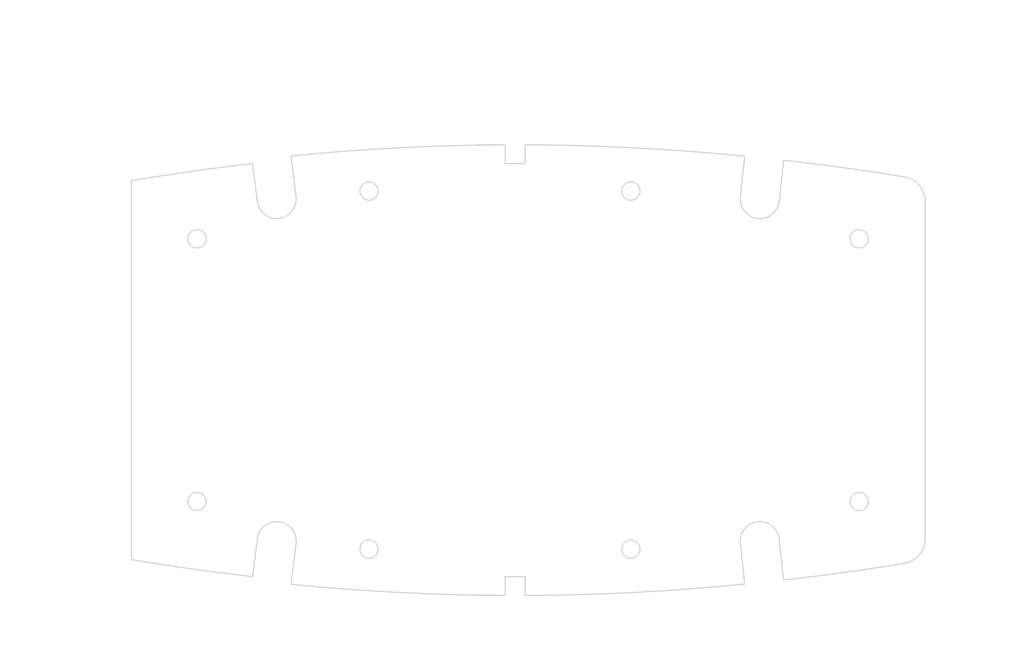
<source format=kicad_pcb>
(kicad_pcb (version 20221018) (generator pcbnew)

  (general
    (thickness 1.6)
  )

  (paper "A4")
  (layers
    (0 "F.Cu" signal)
    (31 "B.Cu" signal)
    (32 "B.Adhes" user "B.Adhesive")
    (33 "F.Adhes" user "F.Adhesive")
    (34 "B.Paste" user)
    (35 "F.Paste" user)
    (36 "B.SilkS" user "B.Silkscreen")
    (37 "F.SilkS" user "F.Silkscreen")
    (38 "B.Mask" user)
    (39 "F.Mask" user)
    (40 "Dwgs.User" user "User.Drawings")
    (41 "Cmts.User" user "User.Comments")
    (42 "Eco1.User" user "User.Eco1")
    (43 "Eco2.User" user "User.Eco2")
    (44 "Edge.Cuts" user)
    (45 "Margin" user)
    (46 "B.CrtYd" user "B.Courtyard")
    (47 "F.CrtYd" user "F.Courtyard")
    (48 "B.Fab" user)
    (49 "F.Fab" user)
  )

  (setup
    (pad_to_mask_clearance 0.051)
    (solder_mask_min_width 0.25)
    (pcbplotparams
      (layerselection 0x00010fc_ffffffff)
      (plot_on_all_layers_selection 0x0000000_00000000)
      (disableapertmacros false)
      (usegerberextensions false)
      (usegerberattributes false)
      (usegerberadvancedattributes false)
      (creategerberjobfile false)
      (dashed_line_dash_ratio 12.000000)
      (dashed_line_gap_ratio 3.000000)
      (svgprecision 4)
      (plotframeref false)
      (viasonmask false)
      (mode 1)
      (useauxorigin false)
      (hpglpennumber 1)
      (hpglpenspeed 20)
      (hpglpendiameter 15.000000)
      (dxfpolygonmode true)
      (dxfimperialunits true)
      (dxfusepcbnewfont true)
      (psnegative false)
      (psa4output false)
      (plotreference true)
      (plotvalue true)
      (plotinvisibletext false)
      (sketchpadsonfab false)
      (subtractmaskfromsilk false)
      (outputformat 1)
      (mirror false)
      (drillshape 1)
      (scaleselection 1)
      (outputdirectory "")
    )
  )

  (net 0 "")

  (gr_line (start 91.783155 73.429796) (end 87.749822 73.429796)
    (stroke (width 0.2) (type solid)) (layer "Dwgs.User") (tstamp 000bcb66-1de4-4856-b2aa-10678c02fba5))
  (gr_line (start 187.569248 122.998567) (end 171.711859 122.998567)
    (stroke (width 0.2) (type solid)) (layer "Dwgs.User") (tstamp 002cbf66-d112-4c6f-8dbc-3e40ccd8dd60))
  (gr_line (start 88.933155 119.465036) (end 67.547132 119.465036)
    (stroke (width 0.2) (type solid)) (layer "Dwgs.User") (tstamp 051a2802-5274-479a-8c89-d19f32b45a3f))
  (gr_line (start 204.13481 143.294549) (end 189.649134 143.294549)
    (stroke (width 0.2) (type solid)) (layer "Dwgs.User") (tstamp 0c42b3f4-50b9-45c5-a44d-9bda589007c7))
  (gr_line (start 166.63481 65.073296) (end 224.798564 65.073296)
    (stroke (width 0.2) (type solid)) (layer "Dwgs.User") (tstamp 0cc55c62-62c0-48d0-9419-f19c46be5447))
  (gr_line (start 102.893288 126.420019) (end 61.820421 126.420019)
    (stroke (width 0.2) (type solid)) (layer "Dwgs.User") (tstamp 10416ece-7947-477f-93e1-999ee71d6f28))
  (gr_line (start 147.279997 56.123157) (end 147.279997 50.520241)
    (stroke (width 0.2) (type solid)) (layer "Dwgs.User") (tstamp 129967ab-af95-4059-bb24-5c875c77050d))
  (gr_line (start 230.780003 64.266197) (end 230.780003 84.232293)
    (stroke (width 0.2) (type solid)) (layer "Dwgs.User") (tstamp 169ccf99-dc01-433d-9675-553990e685ab))
  (gr_line (start 186.735915 45.517435) (end 149.916807 45.517435)
    (stroke (width 0.2) (type solid)) (layer "Dwgs.User") (tstamp 19330a7e-cc5a-4c0d-b441-ef79e22c8c62))
  (gr_line (start 205.801476 71.413129) (end 205.801476 75.446462)
    (stroke (width 0.2) (type solid)) (layer "Dwgs.User") (tstamp 19678038-6d67-45b1-99eb-1edef39bda3d))
  (gr_line (start 59.180059 127.980749) (end 59.180059 87.661737)
    (stroke (width 0.2) (type solid)) (layer "Dwgs.User") (tstamp 1add1c25-e5da-4ce2-883d-a6274c1f6e35))
  (gr_line (start 142.946664 135.936215) (end 138.910765 135.936215)
    (stroke (width 0.2) (type solid)) (layer "Dwgs.User") (tstamp 1cdc6d28-a7bb-4a02-8116-a7f6d9e35514))
  (gr_line (start 126.668156 66.739962) (end 126.668156 93.195028)
    (stroke (width 0.2) (type solid)) (layer "Dwgs.User") (tstamp 22338470-462b-4814-9b07-d9e04c81b070))
  (gr_line (start 191.400154 82.279879) (end 189.733487 82.279879)
    (stroke (width 0.2) (type solid)) (layer "Dwgs.User") (tstamp 279a3432-06bd-4a67-ac88-7556447ab287))
  (gr_line (start 118.242822 143.294549) (end 108.685078 143.294549)
    (stroke (width 0.2) (type solid)) (layer "Dwgs.User") (tstamp 28422014-4003-4e47-beff-a09d47275529))
  (gr_line (start 187.211609 69.877522) (end 171.711859 69.877522)
    (stroke (width 0.2) (type solid)) (layer "Dwgs.User") (tstamp 2d604388-7e6e-489c-b6ff-696f742ac270))
  (gr_line (start 188.402581 65.641479) (end 188.402581 42.871601)
    (stroke (width 0.2) (type solid)) (layer "Dwgs.User") (tstamp 3339c4c1-23e2-4426-bf42-15c6eabcf876))
  (gr_line (start 64.466254 68.141479) (end 64.466254 91.068578)
    (stroke (width 0.2) (type solid)) (layer "Dwgs.User") (tstamp 34981022-ca44-48f4-88d7-d82e5bd0f1e4))
  (gr_line (start 141.556598 134.269548) (end 141.556598 99.699803)
    (stroke (width 0.2) (type solid)) (layer "Dwgs.User") (tstamp 36d696e8-fb5f-4cfa-9c42-9c4ade354e32))
  (gr_line (start 141.556598 58.625284) (end 141.556598 93.195028)
    (stroke (width 0.2) (type solid)) (layer "Dwgs.User") (tstamp 374ee0be-781f-4219-ae9e-1477134bbeac))
  (gr_line (start 165.801476 128.654869) (end 165.801476 145.940382)
    (stroke (width 0.2) (type solid)) (layer "Dwgs.User") (tstamp 37549c6a-efcc-4405-a1ab-09a412898252))
  (gr_line (start 64.466254 124.753353) (end 64.466254 97.573353)
    (stroke (width 0.2) (type solid)) (layer "Dwgs.User") (tstamp 37d0d94d-a1e9-4e6c-a142-d1fdde70eb93))
  (gr_line (start 143.779997 56.125284) (end 143.779997 50.520241)
    (stroke (width 0.2) (type solid)) (layer "Dwgs.User") (tstamp 3b38e68a-641c-48fa-91af-0a3a1866fd98))
  (gr_line (start 222.152731 126.154869) (end 222.152731 99.699803)
    (stroke (width 0.2) (type solid)) (layer "Dwgs.User") (tstamp 3c187f1f-a967-498f-800b-1265e8a16a92))
  (gr_line (start 89.766489 117.448369) (end 89.766489 121.481703)
    (stroke (width 0.2) (type solid)) (layer "Dwgs.User") (tstamp 402d8875-a870-472f-b2d2-bbc93d734219))
  (gr_line (start 165.801476 125.804869) (end 165.801476 129.838203)
    (stroke (width 0.2) (type solid)) (layer "Dwgs.User") (tstamp 431c75d8-76cd-4859-a70c-3320450b8bc0))
  (gr_line (start 148.113331 132.647416) (end 153.012756 132.647416)
    (stroke (width 0.2) (type solid)) (layer "Dwgs.User") (tstamp 4763f519-5b74-479c-af9c-c73ca8e138e7))
  (gr_line (start 165.801476 128.654869) (end 165.801476 145.940382)
    (stroke (width 0.2) (type solid)) (layer "Dwgs.User") (tstamp 47b2d825-1776-41ff-a0b8-8654ead934c2))
  (gr_line (start 164.13481 143.294549) (end 146.707688 143.294549)
    (stroke (width 0.2) (type solid)) (layer "Dwgs.User") (tstamp 49d2f759-3efe-4549-83e3-25f9d5deb87e))
  (gr_line (start 205.726476 73.429796) (end 205.876476 73.429796)
    (stroke (width 0.2) (type solid)) (layer "Dwgs.User") (tstamp 4aa1188b-0319-464b-9671-09de36cf39fa))
  (gr_line (start 102.829016 73.563311) (end 106.312427 73.135601)
    (stroke (width 0.2) (type solid)) (layer "Dwgs.User") (tstamp 51de875b-adc7-4770-b5b3-ecadf490030b))
  (gr_line (start 150.366923 130.980749) (end 150.366923 99.699803)
    (stroke (width 0.2) (type solid)) (layer "Dwgs.User") (tstamp 52a14c21-98cc-4ca3-bc51-3fc8350fae88))
  (gr_line (start 77.446664 63.247416) (end 56.534226 63.247416)
    (stroke (width 0.2) (type solid)) (layer "Dwgs.User") (tstamp 552a2f02-8398-4fc6-baa8-1aa1512b3305))
  (gr_line (start 205.801476 73.504796) (end 205.801476 73.354796)
    (stroke (width 0.2) (type solid)) (layer "Dwgs.User") (tstamp 56186d1b-f332-4db3-9b0d-9d3c396b7ea9))
  (gr_line (start 88.933155 73.429796) (end 67.547132 73.429796)
    (stroke (width 0.2) (type solid)) (layer "Dwgs.User") (tstamp 5898d3c0-5115-460f-a80d-6c1f87bc5488))
  (gr_line (start 120.742822 127.821536) (end 129.313989 127.821536)
    (stroke (width 0.2) (type solid)) (layer "Dwgs.User") (tstamp 5955e189-e8f9-42c5-8cf7-b70015e439c8))
  (gr_line (start 107.224128 66.884964) (end 108.289116 75.558598)
    (stroke (width 0.2) (type solid)) (layer "Dwgs.User") (tstamp 5aa56a4c-e1af-48f3-a077-83560954c304))
  (gr_line (start 102.059954 45.517435) (end 94.860062 45.517435)
    (stroke (width 0.2) (type solid)) (layer "Dwgs.User") (tstamp 5b9be883-13e0-4bdf-8fc3-fcf68b635bc7))
  (gr_line (start 214.612843 130.295302) (end 233.425837 130.295302)
    (stroke (width 0.2) (type solid)) (layer "Dwgs.User") (tstamp 5cfd844f-6c2d-43a6-ac7e-7f89062b7ae0))
  (gr_line (start 215.723331 34.434712) (end 149.006053 34.434712)
    (stroke (width 0.2) (type solid)) (layer "Dwgs.User") (tstamp 65c18e50-a3cd-4307-8bf1-0a9b4e07eefd))
  (gr_line (start 174.357692 121.3319) (end 174.357692 99.691)
    (stroke (width 0.2) (type solid)) (layer "Dwgs.User") (tstamp 671920cd-a966-4b3c-9eec-82aabe62344a))
  (gr_line (start 100.43223 67.718904) (end 101.497218 76.392538)
    (stroke (width 0.2) (type solid)) (layer "Dwgs.User") (tstamp 6b954eef-2dd6-472f-82b9-148da537af00))
  (gr_line (start 142.946664 56.958617) (end 138.910765 56.958617)
    (stroke (width 0.2) (type solid)) (layer "Dwgs.User") (tstamp 6e0350b9-d9af-46da-864c-8f769082289c))
  (gr_line (start 214.612843 62.59953) (end 233.425837 62.59953)
    (stroke (width 0.2) (type solid)) (layer "Dwgs.User") (tstamp 6e57ca36-3d4b-490f-8390-7c3b5626946b))
  (gr_line (start 88.099822 141.639039) (end 79.946664 141.639039)
    (stroke (width 0.2) (type solid)) (layer "Dwgs.User") (tstamp 706e398d-98b9-4225-a702-1620d6da146c))
  (gr_line (start 189.733487 82.279879) (end 188.829528 71.544987)
    (stroke (width 0.2) (type solid)) (layer "Dwgs.User") (tstamp 738e5cb5-c55e-4a0a-814d-22ba6fc8c331))
  (gr_line (start 207.818143 119.465036) (end 203.78481 119.465036)
    (stroke (width 0.2) (type solid)) (layer "Dwgs.User") (tstamp 7403ea2f-7b28-4e61-9e28-90872e4493c0))
  (gr_line (start 119.909489 63.056629) (end 119.909489 67.089962)
    (stroke (width 0.2) (type solid)) (layer "Dwgs.User") (tstamp 76efbe96-40d1-4f32-b9f5-11decb85875a))
  (gr_line (start 88.099822 53.946548) (end 79.946664 53.946548)
    (stroke (width 0.2) (type solid)) (layer "Dwgs.User") (tstamp 7a69b2de-ae50-40e7-bbd3-9bb7b4f98955))
  (gr_line (start 119.909489 125.804869) (end 119.909489 129.838203)
    (stroke (width 0.2) (type solid)) (layer "Dwgs.User") (tstamp 7ac34a4d-43dc-4efc-a1aa-38f5545af0f5))
  (gr_line (start 121.926155 127.821536) (end 117.892822 127.821536)
    (stroke (width 0.2) (type solid)) (layer "Dwgs.User") (tstamp 7d4eaa25-265e-4960-bd6c-a5a23fdbb85f))
  (gr_line (start 217.389997 66.032103) (end 217.389997 31.788878)
    (stroke (width 0.2) (type solid)) (layer "Dwgs.User") (tstamp 7e2f5dbd-fc99-47ba-a0e8-0e5b76f13a8c))
  (gr_line (start 78.279997 62.414083) (end 78.279997 42.871601)
    (stroke (width 0.2) (type solid)) (layer "Dwgs.User") (tstamp 7e68be40-58fd-4e61-accc-e6bb1804e330))
  (gr_line (start 142.113331 53.166074) (end 140.446664 53.166074)
    (stroke (width 0.2) (type solid)) (layer "Dwgs.User") (tstamp 8307d82c-f73a-4aeb-b390-37d7bb4c3038))
  (gr_line (start 167.818143 65.073296) (end 163.78481 65.073296)
    (stroke (width 0.2) (type solid)) (layer "Dwgs.User") (tstamp 830d073c-97e0-4529-adf3-213170b3eab2))
  (gr_line (start 167.468143 143.294549) (end 181.953818 143.294549)
    (stroke (width 0.2) (type solid)) (layer "Dwgs.User") (tstamp 83ef65ce-9528-4196-bec2-7e9abf38aa23))
  (gr_line (start 148.946664 53.166074) (end 150.613331 53.166074)
    (stroke (width 0.2) (type solid)) (layer "Dwgs.User") (tstamp 87cc690b-75d9-4641-835c-6a5594457f34))
  (gr_line (start 91.783155 119.465036) (end 87.749822 119.465036)
    (stroke (width 0.2) (type solid)) (layer "Dwgs.User") (tstamp 89cc9463-80fb-4595-8ca5-9f83a1f1cb65))
  (gr_line (start 126.668156 126.154869) (end 126.668156 99.699803)
    (stroke (width 0.2) (type solid)) (layer "Dwgs.User") (tstamp 89ee2e06-0206-48f0-ad48-0e2fc3ad35a1))
  (gr_line (start 78.279997 53.946548) (end 75.763872 53.946548)
    (stroke (width 0.2) (type solid)) (layer "Dwgs.User") (tstamp 8be0359b-7e84-47a8-aa09-139ca35efb5f))
  (gr_line (start 230.780003 128.628635) (end 230.780003 90.737068)
    (stroke (width 0.2) (type solid)) (layer "Dwgs.User") (tstamp 8e3bdf66-559e-4cc7-8515-20220ae2f012))
  (gr_line (start 119.909489 128.654869) (end 119.909489 145.940382)
    (stroke (width 0.2) (type solid)) (layer "Dwgs.User") (tstamp 93713bb3-0924-4287-ae2e-edbbef3638fd))
  (gr_line (start 79.946664 45.517435) (end 87.146556 45.517435)
    (stroke (width 0.2) (type solid)) (layer "Dwgs.User") (tstamp 96ecfee7-6bd9-4442-8f08-85855cc305b1))
  (gr_line (start 78.279997 62.414083) (end 78.279997 31.788878)
    (stroke (width 0.2) (type solid)) (layer "Dwgs.User") (tstamp 97547107-4468-47f0-939a-b3698a4ddf08))
  (gr_line (start 77.446664 129.647416) (end 56.534226 129.647416)
    (stroke (width 0.2) (type solid)) (layer "Dwgs.User") (tstamp 9aeda1a8-4975-4a42-8517-33eb7d2e4cd7))
  (gr_line (start 150.366923 61.914083) (end 150.366923 93.195028)
    (stroke (width 0.2) (type solid)) (layer "Dwgs.User") (tstamp 9ff9d381-a8cb-468f-880e-34d7659a1be1))
  (gr_line (start 59.180059 64.914083) (end 59.180059 81.156962)
    (stroke (width 0.2) (type solid)) (layer "Dwgs.User") (tstamp a3e5da9d-f8f1-45a8-9b9a-2f5d68e223cb))
  (gr_line (start 119.909489 128.654869) (end 119.909489 145.940382)
    (stroke (width 0.2) (type solid)) (layer "Dwgs.User") (tstamp a64ce855-f9be-4fba-a169-2911dda85c7e))
  (gr_line (start 102.893288 66.474813) (end 61.820421 66.474813)
    (stroke (width 0.2) (type solid)) (layer "Dwgs.User") (tstamp adfdea13-a816-486b-8df5-0298c55fadf4))
  (gr_line (start 174.357692 71.544188) (end 174.357692 93.185088)
    (stroke (width 0.2) (type solid)) (layer "Dwgs.User") (tstamp af78bf9d-ef42-4a20-9059-ecc3439a063f))
  (gr_line (start 120.742822 65.073296) (end 129.313989 65.073296)
    (stroke (width 0.2) (type solid)) (layer "Dwgs.User") (tstamp b2db81ed-6818-48dd-84d0-3649a134dc02))
  (gr_line (start 207.818143 73.429796) (end 203.78481 73.429796)
    (stroke (width 0.2) (type solid)) (layer "Dwgs.User") (tstamp b38636fa-24b7-4025-8f72-7c28dfbd4634))
  (gr_line (start 221.062976 138.666308) (end 216.269236 131.09251)
    (stroke (width 0.2) (type solid)) (layer "Dwgs.User") (tstamp b3a2c27a-e46e-4a98-b93b-ee96945f4ba2))
  (gr_line (start 107.96667 72.932486) (end 110.683875 72.598855)
    (stroke (width 0.2) (type solid)) (layer "Dwgs.User") (tstamp b5939b27-9aca-4d09-815b-c6c1a3aa0bfb))
  (gr_line (start 222.152731 66.739962) (end 222.152731 93.195028)
    (stroke (width 0.2) (type solid)) (layer "Dwgs.User") (tstamp bfede1c4-5d22-485e-8ed3-c19713c8c57a))
  (gr_line (start 148.113331 60.247416) (end 153.012756 60.247416)
    (stroke (width 0.2) (type solid)) (layer "Dwgs.User") (tstamp c15576b5-b85b-4340-ab32-ac1e4538cc6f))
  (gr_line (start 79.946664 34.434712) (end 140.331883 34.434712)
    (stroke (width 0.2) (type solid)) (layer "Dwgs.User") (tstamp c38510ec-1d47-4334-a17a-6d2cdaf64e86))
  (gr_line (start 78.279997 62.414083) (end 78.279997 51.300714)
    (stroke (width 0.2) (type solid)) (layer "Dwgs.User") (tstamp c9fb92e7-6ef7-4b1a-81fa-9bcaa7dc2b32))
  (gr_line (start 105.393288 45.517435) (end 142.212396 45.517435)
    (stroke (width 0.2) (type solid)) (layer "Dwgs.User") (tstamp cb2e6a4f-8be4-4024-824a-fa6b5404fed4))
  (gr_line (start 89.766489 71.413129) (end 89.766489 75.446462)
    (stroke (width 0.2) (type solid)) (layer "Dwgs.User") (tstamp d01721fe-0f44-4dfb-b338-a3079cfbbd05))
  (gr_line (start 89.766489 120.298369) (end 89.766489 144.284872)
    (stroke (width 0.2) (type solid)) (layer "Dwgs.User") (tstamp d15c6670-e908-4801-9832-aa7e7c0577f8))
  (gr_line (start 166.63481 127.821536) (end 224.798564 127.821536)
    (stroke (width 0.2) (type solid)) (layer "Dwgs.User") (tstamp d45b1a4b-a6f9-46bd-afca-050649eb69c7))
  (gr_line (start 103.726621 65.641479) (end 103.726621 42.871601)
    (stroke (width 0.2) (type solid)) (layer "Dwgs.User") (tstamp de4ee6b2-2f76-45f6-b442-c7c886a38a49))
  (gr_line (start 205.801476 120.298369) (end 205.801476 145.940382)
    (stroke (width 0.2) (type solid)) (layer "Dwgs.User") (tstamp df5cb513-32c9-405e-acbc-7fd683863084))
  (gr_line (start 205.801476 117.448369) (end 205.801476 121.481703)
    (stroke (width 0.2) (type solid)) (layer "Dwgs.User") (tstamp e1520aa8-9fec-4d07-a358-89b2680068bb))
  (gr_line (start 89.766489 120.298369) (end 89.766489 145.940382)
    (stroke (width 0.2) (type solid)) (layer "Dwgs.User") (tstamp e359230a-e090-4203-a4cc-717f3eadf2de))
  (gr_line (start 103.726621 65.641479) (end 103.726621 42.871601)
    (stroke (width 0.2) (type solid)) (layer "Dwgs.User") (tstamp e73cb058-e37b-4555-8d05-aa0416b4dda2))
  (gr_line (start 78.279997 130.480749) (end 78.279997 144.284872)
    (stroke (width 0.2) (type solid)) (layer "Dwgs.User") (tstamp e8e7839b-a2ba-4b4f-85bb-6f0a7f09c7ec))
  (gr_line (start 91.433155 143.294549) (end 100.990899 143.294549)
    (stroke (width 0.2) (type solid)) (layer "Dwgs.User") (tstamp ebd95f24-a26d-4258-80fc-e1ce4a8987fc))
  (gr_line (start 222.729643 138.666308) (end 221.062976 138.666308)
    (stroke (width 0.2) (type solid)) (layer "Dwgs.User") (tstamp ec0cce30-4e63-4549-8eb3-3e389361d9de))
  (gr_line (start 165.801476 63.056629) (end 165.801476 67.089962)
    (stroke (width 0.2) (type solid)) (layer "Dwgs.User") (tstamp ed998c47-2203-495c-b03f-294115015c4d))
  (gr_line (start 70.192966 117.798369) (end 70.192966 89.203544)
    (stroke (width 0.2) (type solid)) (layer "Dwgs.User") (tstamp f2c59e56-c78d-41e0-a94d-fbc4f8f95144))
  (gr_line (start 121.576155 143.294549) (end 139.003277 143.294549)
    (stroke (width 0.2) (type solid)) (layer "Dwgs.User") (tstamp f2f29a31-0ffb-426c-88c0-8a3f27444891))
  (gr_line (start 167.818143 127.821536) (end 163.78481 127.821536)
    (stroke (width 0.2) (type solid)) (layer "Dwgs.User") (tstamp f7cba250-889f-4018-90ed-2f11ff36ab5f))
  (gr_line (start 78.279997 141.639039) (end 75.763872 141.639039)
    (stroke (width 0.2) (type solid)) (layer "Dwgs.User") (tstamp f81bad03-0fba-47ea-9589-4208f95ade3e))
  (gr_line (start 89.766489 72.596462) (end 89.766489 51.300714)
    (stroke (width 0.2) (type solid)) (layer "Dwgs.User") (tstamp f96aadd4-3642-42b7-8575-f5f147f333d4))
  (gr_line (start 70.192966 75.096462) (end 70.192966 82.698769)
    (stroke (width 0.2) (type solid)) (layer "Dwgs.User") (tstamp fa1ece54-1571-4542-9889-e8ad314d46cf))
  (gr_line (start 121.926155 65.073296) (end 117.892822 65.073296)
    (stroke (width 0.2) (type solid)) (layer "Dwgs.User") (tstamp fa937c96-7b7a-47be-9884-537e4f65d24b))
  (gr_arc (start 213.77951 62.599531) (mid 216.366215 64.071087) (end 217.389997 66.865437)
    (stroke (width 0.2) (type solid)) (layer "Edge.Cuts") (tstamp 12ca3b60-ac6b-4098-a7b5-50c05dedb0db))
  (gr_line (start 143.779997 60.247416) (end 143.779997 56.958617)
    (stroke (width 0.2) (type solid)) (layer "Edge.Cuts") (tstamp 134f5db4-5ded-4402-b888-692158a2f990))
  (gr_line (start 142.946664 135.936215) (end 138.910765 135.936215)
    (stroke (width 0.2) (type solid)) (layer "Edge.Cuts") (tstamp 17475c52-db97-4dbf-85aa-f210eb7106f3))
  (gr_arc (start 184.999871 126.777658) (mid 188.044942 123.017309) (end 191.805291 126.06238)
    (stroke (width 0.2) (type solid)) (layer "Edge.Cuts") (tstamp 1db6e5e1-03e1-4087-abeb-0d8fd45f30c2))
  (gr_arc (start 78.279997 63.247415) (mid 88.876925 61.602236) (end 99.514147 60.241723)
    (stroke (width 0.2) (type solid)) (layer "Edge.Cuts") (tstamp 21e908f5-b891-41ca-8a32-3e7cc3ba70e7))
  (gr_line (start 147.279997 56.956491) (end 147.279997 60.247416)
    (stroke (width 0.2) (type solid)) (layer "Edge.Cuts") (tstamp 2f0a924c-3174-4b10-8c15-b345227aaa77))
  (gr_arc (start 106.245111 58.91151) (mid 124.989604 57.493953) (end 143.779997 56.958617)
    (stroke (width 0.2) (type solid)) (layer "Edge.Cuts") (tstamp 397776ad-05ed-4d32-9a04-5f71e0495177))
  (gr_line (start 106.245111 58.91151) (end 107.12257 66.057842)
    (stroke (width 0.2) (type solid)) (layer "Edge.Cuts") (tstamp 3c8ff89a-174f-42a4-8461-cf3d0ca42868))
  (gr_arc (start 191.80529 66.832453) (mid 188.044941 69.877522) (end 184.999872 66.117173)
    (stroke (width 0.2) (type solid)) (layer "Edge.Cuts") (tstamp 4ba0c739-25e4-413a-b7aa-711e23abd11a))
  (gr_line (start 184.999872 126.777658) (end 185.752477 133.938216)
    (stroke (width 0.2) (type solid)) (layer "Edge.Cuts") (tstamp 52df1458-d5df-4ef9-82a0-b356210d72eb))
  (gr_line (start 142.946664 56.958617) (end 138.910765 56.958617)
    (stroke (width 0.2) (type solid)) (layer "Edge.Cuts") (tstamp 534fb3cf-4c55-4a74-9f07-d4d3d0d62ec8))
  (gr_arc (start 143.779997 135.936215) (mid 124.989604 135.400879) (end 106.245111 133.983322)
    (stroke (width 0.2) (type solid)) (layer "Edge.Cuts") (tstamp 65342b30-beda-4fd3-af4e-1032aa1d5a53))
  (gr_arc (start 217.389998 126.029395) (mid 216.366216 128.823746) (end 213.77951 130.295302)
    (stroke (width 0.2) (type solid)) (layer "Edge.Cuts") (tstamp 6693d6a5-cad8-4b29-9bbf-74affffbc539))
  (gr_line (start 106.245111 133.983322) (end 107.12257 126.836989)
    (stroke (width 0.2) (type solid)) (layer "Edge.Cuts") (tstamp 67c418d5-4928-47fb-a401-36fde445c1b7))
  (gr_line (start 147.279997 135.938341) (end 147.279997 132.647416)
    (stroke (width 0.2) (type solid)) (layer "Edge.Cuts") (tstamp 6a029d8c-5159-4447-859f-b564ee31f67a))
  (gr_arc (start 107.12257 66.057843) (mid 104.143591 69.870762) (end 100.330672 66.891783)
    (stroke (width 0.2) (type solid)) (layer "Edge.Cuts") (tstamp 709a2179-b91b-40f6-a25c-009dc5128fcf))
  (gr_circle (center 165.801476 65.073296) (end 167.401476 65.073296)
    (stroke (width 0.2) (type solid)) (fill none) (layer "Edge.Cuts") (tstamp 72ef4079-4568-490b-adb1-216a880c66c2))
  (gr_circle (center 165.801476 127.821536) (end 167.401476 127.821536)
    (stroke (width 0.2) (type solid)) (fill none) (layer "Edge.Cuts") (tstamp 746656e7-707e-452e-9fba-7ca5be08096a))
  (gr_circle (center 119.909489 127.821536) (end 121.509489 127.821536)
    (stroke (width 0.2) (type solid)) (fill none) (layer "Edge.Cuts") (tstamp 78b121de-6ebd-4ef2-9041-0beb8f00b6fd))
  (gr_circle (center 89.766489 119.465036) (end 91.366489 119.465036)
    (stroke (width 0.2) (type solid)) (fill none) (layer "Edge.Cuts") (tstamp 78fd8b37-10e7-446f-966b-9309f19f2b11))
  (gr_arc (start 100.330672 126.003049) (mid 104.143591 123.02407) (end 107.12257 126.836989)
    (stroke (width 0.2) (type solid)) (layer "Edge.Cuts") (tstamp 7a7e07b0-91ba-40ca-8163-4075e3123ac0))
  (gr_circle (center 205.801476 73.429796) (end 207.401476 73.429796)
    (stroke (width 0.2) (type solid)) (fill none) (layer "Edge.Cuts") (tstamp 83f1c170-ab0b-4c99-9d9e-b0c5255387dc))
  (gr_line (start 192.557896 133.222938) (end 191.805291 126.06238)
    (stroke (width 0.2) (type solid)) (layer "Edge.Cuts") (tstamp 8b8c4f67-8de3-48ce-ba63-c30f9e370103))
  (gr_line (start 192.557896 59.671894) (end 191.805291 66.832452)
    (stroke (width 0.2) (type solid)) (layer "Edge.Cuts") (tstamp 93c73a0f-88fc-42d3-a8ba-b8d2ae15738b))
  (gr_line (start 78.279997 63.247416) (end 78.279997 129.647416)
    (stroke (width 0.2) (type solid)) (layer "Edge.Cuts") (tstamp 9ee55017-2c5b-4bf8-a96d-48b2c62c6a55))
  (gr_arc (start 213.77951 130.295302) (mid 203.189896 131.912741) (end 192.557896 133.222938)
    (stroke (width 0.2) (type solid)) (layer "Edge.Cuts") (tstamp adcaf1eb-cb76-4365-817a-24f6cf1a2cfa))
  (gr_line (start 100.330672 66.891783) (end 99.514147 60.241723)
    (stroke (width 0.2) (type solid)) (layer "Edge.Cuts") (tstamp b7e5da20-8601-472f-bac6-387b4fe85d92))
  (gr_circle (center 119.909489 65.073296) (end 121.509489 65.073296)
    (stroke (width 0.2) (type solid)) (fill none) (layer "Edge.Cuts") (tstamp b88327b1-d985-4e6d-a3b0-e9a0101e0abe))
  (gr_arc (start 185.752477 133.938216) (mid 166.54033 135.401713) (end 147.279997 135.938341)
    (stroke (width 0.2) (type solid)) (layer "Edge.Cuts") (tstamp bfc4330c-84a1-4e0d-84d0-34b853af6327))
  (gr_arc (start 99.514147 132.653108) (mid 88.876925 131.292595) (end 78.279997 129.647416)
    (stroke (width 0.2) (type solid)) (layer "Edge.Cuts") (tstamp c0172c39-0e65-472e-9de6-5a4e116a7ed8))
  (gr_arc (start 192.557896 59.671894) (mid 203.189896 60.982091) (end 213.77951 62.59953)
    (stroke (width 0.2) (type solid)) (layer "Edge.Cuts") (tstamp cece7e11-2af9-4674-aeb1-c26e4a4b3cd0))
  (gr_circle (center 205.801476 119.465036) (end 207.401476 119.465036)
    (stroke (width 0.2) (type solid)) (fill none) (layer "Edge.Cuts") (tstamp d64eb99f-990e-48da-8d8b-24f2787badbf))
  (gr_line (start 147.279997 132.647416) (end 143.779997 132.647416)
    (stroke (width 0.2) (type solid)) (layer "Edge.Cuts") (tstamp d84ee18b-fc93-41d9-8511-c4794df94924))
  (gr_arc (start 147.279997 56.956491) (mid 166.54033 57.493119) (end 185.752477 58.956616)
    (stroke (width 0.2) (type solid)) (layer "Edge.Cuts") (tstamp d9ce86c7-f73a-4480-9d3a-e540ea0852ce))
  (gr_line (start 100.330672 126.003049) (end 99.514147 132.653108)
    (stroke (width 0.2) (type solid)) (layer "Edge.Cuts") (tstamp da4d0fa2-2e9c-4450-84c7-9c726187a52c))
  (gr_line (start 143.779997 132.647416) (end 143.779997 135.936215)
    (stroke (width 0.2) (type solid)) (layer "Edge.Cuts") (tstamp db33faef-298b-4b96-9641-ace42532d0f9))
  (gr_line (start 217.389997 126.029395) (end 217.389997 66.865437)
    (stroke (width 0.2) (type solid)) (layer "Edge.Cuts") (tstamp e7694257-7078-45d5-a752-6635903e10d5))
  (gr_circle (center 89.766489 73.429796) (end 91.366489 73.429796)
    (stroke (width 0.2) (type solid)) (fill none) (layer "Edge.Cuts") (tstamp ec688316-2715-477e-ba6f-7ec7e6a04295))
  (gr_line (start 147.279997 60.247416) (end 143.779997 60.247416)
    (stroke (width 0.2) (type solid)) (layer "Edge.Cuts") (tstamp fd3c04ba-76be-464c-b53d-eaab35cac3e9))
  (gr_line (start 184.999872 66.117173) (end 185.752477 58.956616)
    (stroke (width 0.2) (type solid)) (layer "Edge.Cuts") (tstamp fee51ee4-21e4-444e-9839-9b79f553001a))
  (gr_text " 62.75" (at 222.152731 94.929794) (layer "Dwgs.User") (tstamp 08c8863c-fde8-4542-a0e4-361c811d1389)
    (effects (font (size 1.666666 1.499999) (thickness 0.208333)))
  )
  (gr_text "[2.47]" (at 126.668156 98.182182) (layer "Dwgs.User") (tstamp 08e22b1a-2d7a-4c9a-a4bc-f7089e10c35e)
    (effects (font (size 1.666666 1.499999) (thickness 0.208333)))
  )
  (gr_text " 40.00" (at 185.801476 141.776927) (layer "Dwgs.User") (tstamp 13343d56-1af1-41ea-9f54-55ed22928703)
    (effects (font (size 1.666666 1.499999) (thickness 0.208333)))
  )
  (gr_text "[3.11]" (at 141.556598 98.182182) (layer "Dwgs.User") (tstamp 170825e2-32f4-472f-b89f-9f4eae505c29)
    (effects (font (size 1.666666 1.499999) (thickness 0.208333)))
  )
  (gr_text " 67.70" (at 230.780003 85.967059) (layer "Dwgs.User") (tstamp 18a39fd4-b4ca-42a1-bfd5-7ce8a506c87a)
    (effects (font (size 1.666666 1.499999) (thickness 0.208333)))
  )
  (gr_text "[1.00]" (at 91.003309 47.2522) (layer "Dwgs.User") (tstamp 1925bb2a-f86c-43a9-a6b4-fd8c8c86234d)
    (effects (font (size 1.666666 1.499999) (thickness 0.208333)))
  )
  (gr_text "[.14]" (at 153.813535 54.90084) (layer "Dwgs.User") (tstamp 1bed10e8-2a1c-4fd1-b304-60c80173e46e)
    (effects (font (size 1.666666 1.499999) (thickness 0.208333)))
  )
  (gr_text " 45.89" (at 142.855483 141.776927) (layer "Dwgs.User") (tstamp 1f679d3d-7573-4a78-96ef-707fcb37d14b)
    (effects (font (size 1.666666 1.499999) (thickness 0.208333)))
  )
  (gr_text "[2.09]" (at 174.357692 98.17281) (layer "Dwgs.User") (tstamp 278b5e70-d268-4fc5-a42c-98f8dab4bf41)
    (effects (font (size 1.666666 1.499999) (thickness 0.208333)))
  )
  (gr_text "[.45]" (at 71.911666 55.677903) (layer "Dwgs.User") (tstamp 2d5a7539-84ff-4707-bb0a-6dfe36e5870a)
    (effects (font (size 1.666666 1.499999) (thickness 0.208333)))
  )
  (gr_text " 66.40" (at 59.180059 82.891728) (layer "Dwgs.User") (tstamp 33d05baa-d7ed-4ef1-9f16-9ef4d47c97a2)
    (effects (font (size 1.666666 1.499999) (thickness 0.208333)))
  )
  (gr_text " 78.98" (at 141.556598 94.929794) (layer "Dwgs.User") (tstamp 3548be64-43d5-4f03-8577-a5cfd3eec806)
    (effects (font (size 1.666666 1.499999) (thickness 0.208333)))
  )
  (gr_text " 6.84" (at 113.883512 71.081233) (layer "Dwgs.User") (tstamp 3bc63564-23bd-4829-af3f-9ec5ee3bb46f)
    (effects (font (size 1.666666 1.499999) (thickness 0.208333)))
  )
  (gr_text " 25.45" (at 91.003309 43.999813) (layer "Dwgs.User") (tstamp 3cb8d45f-addf-4fd3-b461-22130a767098)
    (effects (font (size 1.666666 1.499999) (thickness 0.208333)))
  )
  (gr_text "[1.57]" (at 185.801476 145.029314) (layer "Dwgs.User") (tstamp 513eec59-2f89-4b2d-af43-57e3d60d9249)
    (effects (font (size 1.666666 1.499999) (thickness 0.208333)))
  )
  (gr_text "[2.67]" (at 230.780003 89.219446) (layer "Dwgs.User") (tstamp 55c8635d-2806-491b-878b-22c78d74adce)
    (effects (font (size 1.666666 1.499999) (thickness 0.208333)))
  )
  (gr_text "[2.36]" (at 64.466254 96.055731) (layer "Dwgs.User") (tstamp 595fcdf0-db60-41c3-9947-eaf47b09e75b)
    (effects (font (size 1.666666 1.499999) (thickness 0.208333)))
  )
  (gr_text " 11.49" (at 71.911666 140.121417) (layer "Dwgs.User") (tstamp 5b79f136-600b-4344-aa3c-445dacebf76b)
    (effects (font (size 1.666666 1.499999) (thickness 0.208333)))
  )
  (gr_text " 46.04" (at 70.192966 84.433535) (layer "Dwgs.User") (tstamp 5d7efc70-9744-42fa-ae20-1cbfff9972e4)
    (effects (font (size 1.666666 1.499999) (thickness 0.208333)))
  )
  (gr_text "[5.48]" (at 144.668968 36.169477) (layer "Dwgs.User") (tstamp 600dabb8-850f-49f2-83b0-b026383bdc30)
    (effects (font (size 1.666666 1.499999) (thickness 0.208333)))
  )
  (gr_text "[2.47]" (at 222.152731 98.182182) (layer "Dwgs.User") (tstamp 640e3785-44ae-46cb-bc88-e4bcf6a4cee9)
    (effects (font (size 1.666666 1.499999) (thickness 0.208333)))
  )
  (gr_text " 53.12" (at 174.357692 94.919854) (layer "Dwgs.User") (tstamp 66b29c95-990e-4aed-8088-48544c039212)
    (effects (font (size 1.666666 1.499999) (thickness 0.208333)))
  )
  (gr_text "[1.19]" (at 104.837989 145.029314) (layer "Dwgs.User") (tstamp 6d730f8e-8ee6-405e-b5f1-1dfdc668d774)
    (effects (font (size 1.666666 1.499999) (thickness 0.208333)))
  )
  (gr_text " 11.49" (at 71.911666 52.428926) (layer "Dwgs.User") (tstamp 7b89e6ed-7ecf-4a73-b4aa-840078cd84f1)
    (effects (font (size 1.666666 1.499999) (thickness 0.208333)))
  )
  (gr_text "[.45]" (at 71.911666 143.370394) (layer "Dwgs.User") (tstamp 846d6e57-5587-41f8-928b-e2c7bdf772bb)
    (effects (font (size 1.666666 1.499999) (thickness 0.208333)))
  )
  (gr_text " 84.68" (at 146.064601 43.999813) (layer "Dwgs.User") (tstamp 89b53c45-f396-4fd8-b9ce-31f74fb18542)
    (effects (font (size 1.666666 1.499999) (thickness 0.208333)))
  )
  (gr_text "[2.61]" (at 59.180059 86.144116) (layer "Dwgs.User") (tstamp 8baf9753-9b36-4b54-88cf-18e0eb9f2186)
    (effects (font (size 1.666666 1.499999) (thickness 0.208333)))
  )
  (gr_text " R4.33" (at 226.995104 137.148118) (layer "Dwgs.User") (tstamp 8ec21816-3099-4173-846f-aa7dcbbc0ed4)
    (effects (font (size 1.666666 1.499999) (thickness 0.208333)))
  )
  (gr_text "[1.81]" (at 142.855483 145.029314) (layer "Dwgs.User") (tstamp 93af00eb-a204-4578-8d82-7204ed47db69)
    (effects (font (size 1.666666 1.499999) (thickness 0.208333)))
  )
  (gr_text "[2.85]" (at 150.366923 98.182182) (layer "Dwgs.User") (tstamp 96af3d6b-18e2-4388-99c2-a90675146bda)
    (effects (font (size 1.666666 1.499999) (thickness 0.208333)))
  )
  (gr_text " 59.95" (at 64.466254 92.803344) (layer "Dwgs.User") (tstamp 98a0b782-83d8-4bdc-b869-00309bb6b29e)
    (effects (font (size 1.666666 1.499999) (thickness 0.208333)))
  )
  (gr_text " R3.42" (at 195.665616 80.761689) (layer "Dwgs.User") (tstamp 99395d59-9eb5-4b41-acf4-440daeab9cd7)
    (effects (font (size 1.666666 1.499999) (thickness 0.208333)))
  )
  (gr_text " 139.11" (at 144.668968 32.916521) (layer "Dwgs.User") (tstamp 9ebecb59-dc50-4890-ab49-b593d6127823)
    (effects (font (size 1.666666 1.499999) (thickness 0.208333)))
  )
  (gr_text "[3.33]" (at 146.064601 47.2522) (layer "Dwgs.User") (tstamp a4869bdb-407d-4756-a376-233d316add91)
    (effects (font (size 1.666666 1.499999) (thickness 0.208333)))
  )
  (gr_text " 62.75" (at 126.668156 94.929794) (layer "Dwgs.User") (tstamp adb811aa-dab8-474c-88dc-6b70950f7ce7)
    (effects (font (size 1.666666 1.499999) (thickness 0.208333)))
  )
  (gr_text "[R0.13]" (at 195.665616 84.014645) (layer "Dwgs.User") (tstamp b8bea7f8-5068-482b-a875-29e2f971b098)
    (effects (font (size 1.666666 1.499999) (thickness 0.208333)))
  )
  (gr_text "[.27]" (at 113.883512 74.333621) (layer "Dwgs.User") (tstamp c1e7f08c-a33d-4831-b218-1fdee7bf7c45)
    (effects (font (size 1.666666 1.499999) (thickness 0.208333)))
  )
  (gr_text " 72.40" (at 150.366923 94.929794) (layer "Dwgs.User") (tstamp c38c0f79-87af-44af-bcf1-c1f4b7e11152)
    (effects (font (size 1.666666 1.499999) (thickness 0.208333)))
  )
  (gr_text "[1.81]" (at 70.192966 87.685923) (layer "Dwgs.User") (tstamp f2e80a8a-175d-4f51-b41a-f7bed9d6969f)
    (effects (font (size 1.666666 1.499999) (thickness 0.208333)))
  )
  (gr_text " 3.50" (at 153.813535 51.647884) (layer "Dwgs.User") (tstamp f3c0d9ff-488e-4c72-b8dd-198bad382e57)
    (effects (font (size 1.666666 1.499999) (thickness 0.208333)))
  )
  (gr_text "[R0.17]" (at 226.995104 140.401074) (layer "Dwgs.User") (tstamp f6784727-c09d-4c57-a341-0af97fbf7cfa)
    (effects (font (size 1.666666 1.499999) (thickness 0.208333)))
  )
  (gr_text " 30.14" (at 104.837989 141.776359) (layer "Dwgs.User") (tstamp f8f9b8a4-84ca-4b4c-a584-7708736d86f9)
    (effects (font (size 1.666666 1.499999) (thickness 0.208333)))
  )

)

</source>
